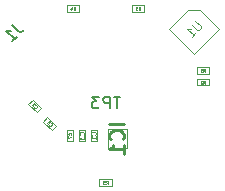
<source format=gbr>
%TF.GenerationSoftware,KiCad,Pcbnew,8.0.9-8.0.9-0~ubuntu20.04.1*%
%TF.CreationDate,2025-06-12T23:45:12+01:00*%
%TF.ProjectId,nfc-pcb-tag,6e66632d-7063-4622-9d74-61672e6b6963,rev?*%
%TF.SameCoordinates,Original*%
%TF.FileFunction,AssemblyDrawing,Bot*%
%FSLAX46Y46*%
G04 Gerber Fmt 4.6, Leading zero omitted, Abs format (unit mm)*
G04 Created by KiCad (PCBNEW 8.0.9-8.0.9-0~ubuntu20.04.1) date 2025-06-12 23:45:12*
%MOMM*%
%LPD*%
G01*
G04 APERTURE LIST*
%ADD10C,0.040000*%
%ADD11C,0.254000*%
%ADD12C,0.150000*%
%ADD13C,0.110000*%
%ADD14C,0.060000*%
%ADD15C,0.100000*%
G04 APERTURE END LIST*
D10*
X69793332Y-32368200D02*
X69879999Y-32244391D01*
X69941904Y-32368200D02*
X69941904Y-32108200D01*
X69941904Y-32108200D02*
X69842856Y-32108200D01*
X69842856Y-32108200D02*
X69818094Y-32120581D01*
X69818094Y-32120581D02*
X69805713Y-32132962D01*
X69805713Y-32132962D02*
X69793332Y-32157724D01*
X69793332Y-32157724D02*
X69793332Y-32194867D01*
X69793332Y-32194867D02*
X69805713Y-32219629D01*
X69805713Y-32219629D02*
X69818094Y-32232010D01*
X69818094Y-32232010D02*
X69842856Y-32244391D01*
X69842856Y-32244391D02*
X69941904Y-32244391D01*
X69570475Y-32194867D02*
X69570475Y-32368200D01*
X69632380Y-32095820D02*
X69694285Y-32281534D01*
X69694285Y-32281534D02*
X69533332Y-32281534D01*
X80793332Y-38618200D02*
X80879999Y-38494391D01*
X80941904Y-38618200D02*
X80941904Y-38358200D01*
X80941904Y-38358200D02*
X80842856Y-38358200D01*
X80842856Y-38358200D02*
X80818094Y-38370581D01*
X80818094Y-38370581D02*
X80805713Y-38382962D01*
X80805713Y-38382962D02*
X80793332Y-38407724D01*
X80793332Y-38407724D02*
X80793332Y-38444867D01*
X80793332Y-38444867D02*
X80805713Y-38469629D01*
X80805713Y-38469629D02*
X80818094Y-38482010D01*
X80818094Y-38482010D02*
X80842856Y-38494391D01*
X80842856Y-38494391D02*
X80941904Y-38494391D01*
X80694285Y-38382962D02*
X80681904Y-38370581D01*
X80681904Y-38370581D02*
X80657142Y-38358200D01*
X80657142Y-38358200D02*
X80595237Y-38358200D01*
X80595237Y-38358200D02*
X80570475Y-38370581D01*
X80570475Y-38370581D02*
X80558094Y-38382962D01*
X80558094Y-38382962D02*
X80545713Y-38407724D01*
X80545713Y-38407724D02*
X80545713Y-38432486D01*
X80545713Y-38432486D02*
X80558094Y-38469629D01*
X80558094Y-38469629D02*
X80706666Y-38618200D01*
X80706666Y-38618200D02*
X80545713Y-38618200D01*
D11*
X74074318Y-42010237D02*
X72804318Y-42010237D01*
X73953365Y-43340714D02*
X74013842Y-43280238D01*
X74013842Y-43280238D02*
X74074318Y-43098809D01*
X74074318Y-43098809D02*
X74074318Y-42977857D01*
X74074318Y-42977857D02*
X74013842Y-42796428D01*
X74013842Y-42796428D02*
X73892889Y-42675476D01*
X73892889Y-42675476D02*
X73771937Y-42614999D01*
X73771937Y-42614999D02*
X73530032Y-42554523D01*
X73530032Y-42554523D02*
X73348603Y-42554523D01*
X73348603Y-42554523D02*
X73106699Y-42614999D01*
X73106699Y-42614999D02*
X72985746Y-42675476D01*
X72985746Y-42675476D02*
X72864794Y-42796428D01*
X72864794Y-42796428D02*
X72804318Y-42977857D01*
X72804318Y-42977857D02*
X72804318Y-43098809D01*
X72804318Y-43098809D02*
X72864794Y-43280238D01*
X72864794Y-43280238D02*
X72925270Y-43340714D01*
X74074318Y-44550238D02*
X74074318Y-43824523D01*
X74074318Y-44187380D02*
X72804318Y-44187380D01*
X72804318Y-44187380D02*
X72985746Y-44066428D01*
X72985746Y-44066428D02*
X73106699Y-43945476D01*
X73106699Y-43945476D02*
X73167175Y-43824523D01*
D10*
X80793332Y-37618200D02*
X80879999Y-37494391D01*
X80941904Y-37618200D02*
X80941904Y-37358200D01*
X80941904Y-37358200D02*
X80842856Y-37358200D01*
X80842856Y-37358200D02*
X80818094Y-37370581D01*
X80818094Y-37370581D02*
X80805713Y-37382962D01*
X80805713Y-37382962D02*
X80793332Y-37407724D01*
X80793332Y-37407724D02*
X80793332Y-37444867D01*
X80793332Y-37444867D02*
X80805713Y-37469629D01*
X80805713Y-37469629D02*
X80818094Y-37482010D01*
X80818094Y-37482010D02*
X80842856Y-37494391D01*
X80842856Y-37494391D02*
X80941904Y-37494391D01*
X80545713Y-37618200D02*
X80694285Y-37618200D01*
X80619999Y-37618200D02*
X80619999Y-37358200D01*
X80619999Y-37358200D02*
X80644761Y-37395343D01*
X80644761Y-37395343D02*
X80669523Y-37420105D01*
X80669523Y-37420105D02*
X80694285Y-37432486D01*
D12*
X64600201Y-33628796D02*
X65105277Y-34133872D01*
X65105277Y-34133872D02*
X65239964Y-34201216D01*
X65239964Y-34201216D02*
X65374651Y-34201216D01*
X65374651Y-34201216D02*
X65509338Y-34133872D01*
X65509338Y-34133872D02*
X65576682Y-34066529D01*
X64600201Y-35043010D02*
X65004262Y-34638949D01*
X64802231Y-34840979D02*
X64095124Y-34133872D01*
X64095124Y-34133872D02*
X64263483Y-34167544D01*
X64263483Y-34167544D02*
X64398170Y-34167544D01*
X64398170Y-34167544D02*
X64499185Y-34133872D01*
D10*
X75293332Y-32368200D02*
X75379999Y-32244391D01*
X75441904Y-32368200D02*
X75441904Y-32108200D01*
X75441904Y-32108200D02*
X75342856Y-32108200D01*
X75342856Y-32108200D02*
X75318094Y-32120581D01*
X75318094Y-32120581D02*
X75305713Y-32132962D01*
X75305713Y-32132962D02*
X75293332Y-32157724D01*
X75293332Y-32157724D02*
X75293332Y-32194867D01*
X75293332Y-32194867D02*
X75305713Y-32219629D01*
X75305713Y-32219629D02*
X75318094Y-32232010D01*
X75318094Y-32232010D02*
X75342856Y-32244391D01*
X75342856Y-32244391D02*
X75441904Y-32244391D01*
X75206666Y-32108200D02*
X75045713Y-32108200D01*
X75045713Y-32108200D02*
X75132380Y-32207248D01*
X75132380Y-32207248D02*
X75095237Y-32207248D01*
X75095237Y-32207248D02*
X75070475Y-32219629D01*
X75070475Y-32219629D02*
X75058094Y-32232010D01*
X75058094Y-32232010D02*
X75045713Y-32256772D01*
X75045713Y-32256772D02*
X75045713Y-32318677D01*
X75045713Y-32318677D02*
X75058094Y-32343439D01*
X75058094Y-32343439D02*
X75070475Y-32355820D01*
X75070475Y-32355820D02*
X75095237Y-32368200D01*
X75095237Y-32368200D02*
X75169523Y-32368200D01*
X75169523Y-32368200D02*
X75194285Y-32355820D01*
X75194285Y-32355820D02*
X75206666Y-32343439D01*
D13*
X80115027Y-33306905D02*
X80544341Y-33736219D01*
X80544341Y-33736219D02*
X80569595Y-33811981D01*
X80569595Y-33811981D02*
X80569595Y-33862488D01*
X80569595Y-33862488D02*
X80544341Y-33938250D01*
X80544341Y-33938250D02*
X80443326Y-34039265D01*
X80443326Y-34039265D02*
X80367565Y-34064519D01*
X80367565Y-34064519D02*
X80317057Y-34064519D01*
X80317057Y-34064519D02*
X80241296Y-34039265D01*
X80241296Y-34039265D02*
X79811981Y-33609950D01*
X79811981Y-34670610D02*
X80115027Y-34367565D01*
X79963504Y-34519087D02*
X79433174Y-33988757D01*
X79433174Y-33988757D02*
X79559443Y-34014011D01*
X79559443Y-34014011D02*
X79660458Y-34014011D01*
X79660458Y-34014011D02*
X79736220Y-33988757D01*
D10*
X66465988Y-40592935D02*
X66465988Y-40609771D01*
X66465988Y-40609771D02*
X66482824Y-40643443D01*
X66482824Y-40643443D02*
X66499660Y-40660279D01*
X66499660Y-40660279D02*
X66533332Y-40677115D01*
X66533332Y-40677115D02*
X66567003Y-40677115D01*
X66567003Y-40677115D02*
X66592257Y-40668697D01*
X66592257Y-40668697D02*
X66634347Y-40643443D01*
X66634347Y-40643443D02*
X66659601Y-40618189D01*
X66659601Y-40618189D02*
X66684855Y-40576100D01*
X66684855Y-40576100D02*
X66693273Y-40550846D01*
X66693273Y-40550846D02*
X66693273Y-40517174D01*
X66693273Y-40517174D02*
X66676437Y-40483502D01*
X66676437Y-40483502D02*
X66659601Y-40466666D01*
X66659601Y-40466666D02*
X66625929Y-40449831D01*
X66625929Y-40449831D02*
X66609093Y-40449831D01*
X66541750Y-40382487D02*
X66541750Y-40365651D01*
X66541750Y-40365651D02*
X66533332Y-40340397D01*
X66533332Y-40340397D02*
X66491242Y-40298308D01*
X66491242Y-40298308D02*
X66465988Y-40289890D01*
X66465988Y-40289890D02*
X66449152Y-40289890D01*
X66449152Y-40289890D02*
X66423899Y-40298308D01*
X66423899Y-40298308D02*
X66407063Y-40315144D01*
X66407063Y-40315144D02*
X66390227Y-40348815D01*
X66390227Y-40348815D02*
X66390227Y-40550846D01*
X66390227Y-40550846D02*
X66280794Y-40441413D01*
X67715988Y-42092935D02*
X67715988Y-42109771D01*
X67715988Y-42109771D02*
X67732824Y-42143443D01*
X67732824Y-42143443D02*
X67749660Y-42160279D01*
X67749660Y-42160279D02*
X67783332Y-42177115D01*
X67783332Y-42177115D02*
X67817003Y-42177115D01*
X67817003Y-42177115D02*
X67842257Y-42168697D01*
X67842257Y-42168697D02*
X67884347Y-42143443D01*
X67884347Y-42143443D02*
X67909601Y-42118189D01*
X67909601Y-42118189D02*
X67934855Y-42076100D01*
X67934855Y-42076100D02*
X67943273Y-42050846D01*
X67943273Y-42050846D02*
X67943273Y-42017174D01*
X67943273Y-42017174D02*
X67926437Y-41983502D01*
X67926437Y-41983502D02*
X67909601Y-41966666D01*
X67909601Y-41966666D02*
X67875929Y-41949831D01*
X67875929Y-41949831D02*
X67859093Y-41949831D01*
X67724406Y-41781472D02*
X67758078Y-41815144D01*
X67758078Y-41815144D02*
X67766496Y-41840397D01*
X67766496Y-41840397D02*
X67766496Y-41857233D01*
X67766496Y-41857233D02*
X67758078Y-41899323D01*
X67758078Y-41899323D02*
X67732824Y-41941413D01*
X67732824Y-41941413D02*
X67665481Y-42008756D01*
X67665481Y-42008756D02*
X67640227Y-42017174D01*
X67640227Y-42017174D02*
X67623391Y-42017174D01*
X67623391Y-42017174D02*
X67598137Y-42008756D01*
X67598137Y-42008756D02*
X67564465Y-41975084D01*
X67564465Y-41975084D02*
X67556047Y-41949831D01*
X67556047Y-41949831D02*
X67556047Y-41932995D01*
X67556047Y-41932995D02*
X67564465Y-41907741D01*
X67564465Y-41907741D02*
X67606555Y-41865651D01*
X67606555Y-41865651D02*
X67631809Y-41857233D01*
X67631809Y-41857233D02*
X67648645Y-41857233D01*
X67648645Y-41857233D02*
X67673899Y-41865651D01*
X67673899Y-41865651D02*
X67707570Y-41899323D01*
X67707570Y-41899323D02*
X67715988Y-41924577D01*
X67715988Y-41924577D02*
X67715988Y-41941413D01*
X67715988Y-41941413D02*
X67707570Y-41966666D01*
X72543332Y-47118200D02*
X72629999Y-46994391D01*
X72691904Y-47118200D02*
X72691904Y-46858200D01*
X72691904Y-46858200D02*
X72592856Y-46858200D01*
X72592856Y-46858200D02*
X72568094Y-46870581D01*
X72568094Y-46870581D02*
X72555713Y-46882962D01*
X72555713Y-46882962D02*
X72543332Y-46907724D01*
X72543332Y-46907724D02*
X72543332Y-46944867D01*
X72543332Y-46944867D02*
X72555713Y-46969629D01*
X72555713Y-46969629D02*
X72568094Y-46982010D01*
X72568094Y-46982010D02*
X72592856Y-46994391D01*
X72592856Y-46994391D02*
X72691904Y-46994391D01*
X72308094Y-46858200D02*
X72431904Y-46858200D01*
X72431904Y-46858200D02*
X72444285Y-46982010D01*
X72444285Y-46982010D02*
X72431904Y-46969629D01*
X72431904Y-46969629D02*
X72407142Y-46957248D01*
X72407142Y-46957248D02*
X72345237Y-46957248D01*
X72345237Y-46957248D02*
X72320475Y-46969629D01*
X72320475Y-46969629D02*
X72308094Y-46982010D01*
X72308094Y-46982010D02*
X72295713Y-47006772D01*
X72295713Y-47006772D02*
X72295713Y-47068677D01*
X72295713Y-47068677D02*
X72308094Y-47093439D01*
X72308094Y-47093439D02*
X72320475Y-47105820D01*
X72320475Y-47105820D02*
X72345237Y-47118200D01*
X72345237Y-47118200D02*
X72407142Y-47118200D01*
X72407142Y-47118200D02*
X72431904Y-47105820D01*
X72431904Y-47105820D02*
X72444285Y-47093439D01*
D14*
X70643832Y-42933333D02*
X70662880Y-42914285D01*
X70662880Y-42914285D02*
X70681927Y-42857143D01*
X70681927Y-42857143D02*
X70681927Y-42819047D01*
X70681927Y-42819047D02*
X70662880Y-42761904D01*
X70662880Y-42761904D02*
X70624784Y-42723809D01*
X70624784Y-42723809D02*
X70586689Y-42704762D01*
X70586689Y-42704762D02*
X70510499Y-42685714D01*
X70510499Y-42685714D02*
X70453356Y-42685714D01*
X70453356Y-42685714D02*
X70377165Y-42704762D01*
X70377165Y-42704762D02*
X70339070Y-42723809D01*
X70339070Y-42723809D02*
X70300975Y-42761904D01*
X70300975Y-42761904D02*
X70281927Y-42819047D01*
X70281927Y-42819047D02*
X70281927Y-42857143D01*
X70281927Y-42857143D02*
X70300975Y-42914285D01*
X70300975Y-42914285D02*
X70320022Y-42933333D01*
X70281927Y-43066666D02*
X70281927Y-43314285D01*
X70281927Y-43314285D02*
X70434308Y-43180952D01*
X70434308Y-43180952D02*
X70434308Y-43238095D01*
X70434308Y-43238095D02*
X70453356Y-43276190D01*
X70453356Y-43276190D02*
X70472403Y-43295238D01*
X70472403Y-43295238D02*
X70510499Y-43314285D01*
X70510499Y-43314285D02*
X70605737Y-43314285D01*
X70605737Y-43314285D02*
X70643832Y-43295238D01*
X70643832Y-43295238D02*
X70662880Y-43276190D01*
X70662880Y-43276190D02*
X70681927Y-43238095D01*
X70681927Y-43238095D02*
X70681927Y-43123809D01*
X70681927Y-43123809D02*
X70662880Y-43085714D01*
X70662880Y-43085714D02*
X70643832Y-43066666D01*
X71643832Y-42933333D02*
X71662880Y-42914285D01*
X71662880Y-42914285D02*
X71681927Y-42857143D01*
X71681927Y-42857143D02*
X71681927Y-42819047D01*
X71681927Y-42819047D02*
X71662880Y-42761904D01*
X71662880Y-42761904D02*
X71624784Y-42723809D01*
X71624784Y-42723809D02*
X71586689Y-42704762D01*
X71586689Y-42704762D02*
X71510499Y-42685714D01*
X71510499Y-42685714D02*
X71453356Y-42685714D01*
X71453356Y-42685714D02*
X71377165Y-42704762D01*
X71377165Y-42704762D02*
X71339070Y-42723809D01*
X71339070Y-42723809D02*
X71300975Y-42761904D01*
X71300975Y-42761904D02*
X71281927Y-42819047D01*
X71281927Y-42819047D02*
X71281927Y-42857143D01*
X71281927Y-42857143D02*
X71300975Y-42914285D01*
X71300975Y-42914285D02*
X71320022Y-42933333D01*
X71681927Y-43314285D02*
X71681927Y-43085714D01*
X71681927Y-43200000D02*
X71281927Y-43200000D01*
X71281927Y-43200000D02*
X71339070Y-43161904D01*
X71339070Y-43161904D02*
X71377165Y-43123809D01*
X71377165Y-43123809D02*
X71396213Y-43085714D01*
D10*
X69589765Y-42958333D02*
X69601670Y-42946429D01*
X69601670Y-42946429D02*
X69613574Y-42910714D01*
X69613574Y-42910714D02*
X69613574Y-42886905D01*
X69613574Y-42886905D02*
X69601670Y-42851191D01*
X69601670Y-42851191D02*
X69577860Y-42827381D01*
X69577860Y-42827381D02*
X69554050Y-42815476D01*
X69554050Y-42815476D02*
X69506431Y-42803572D01*
X69506431Y-42803572D02*
X69470717Y-42803572D01*
X69470717Y-42803572D02*
X69423098Y-42815476D01*
X69423098Y-42815476D02*
X69399289Y-42827381D01*
X69399289Y-42827381D02*
X69375479Y-42851191D01*
X69375479Y-42851191D02*
X69363574Y-42886905D01*
X69363574Y-42886905D02*
X69363574Y-42910714D01*
X69363574Y-42910714D02*
X69375479Y-42946429D01*
X69375479Y-42946429D02*
X69387384Y-42958333D01*
X69363574Y-43041667D02*
X69363574Y-43208333D01*
X69363574Y-43208333D02*
X69613574Y-43101191D01*
D12*
X73761904Y-39704819D02*
X73190476Y-39704819D01*
X73476190Y-40704819D02*
X73476190Y-39704819D01*
X72857142Y-40704819D02*
X72857142Y-39704819D01*
X72857142Y-39704819D02*
X72476190Y-39704819D01*
X72476190Y-39704819D02*
X72380952Y-39752438D01*
X72380952Y-39752438D02*
X72333333Y-39800057D01*
X72333333Y-39800057D02*
X72285714Y-39895295D01*
X72285714Y-39895295D02*
X72285714Y-40038152D01*
X72285714Y-40038152D02*
X72333333Y-40133390D01*
X72333333Y-40133390D02*
X72380952Y-40181009D01*
X72380952Y-40181009D02*
X72476190Y-40228628D01*
X72476190Y-40228628D02*
X72857142Y-40228628D01*
X71952380Y-39704819D02*
X71333333Y-39704819D01*
X71333333Y-39704819D02*
X71666666Y-40085771D01*
X71666666Y-40085771D02*
X71523809Y-40085771D01*
X71523809Y-40085771D02*
X71428571Y-40133390D01*
X71428571Y-40133390D02*
X71380952Y-40181009D01*
X71380952Y-40181009D02*
X71333333Y-40276247D01*
X71333333Y-40276247D02*
X71333333Y-40514342D01*
X71333333Y-40514342D02*
X71380952Y-40609580D01*
X71380952Y-40609580D02*
X71428571Y-40657200D01*
X71428571Y-40657200D02*
X71523809Y-40704819D01*
X71523809Y-40704819D02*
X71809523Y-40704819D01*
X71809523Y-40704819D02*
X71904761Y-40657200D01*
X71904761Y-40657200D02*
X71952380Y-40609580D01*
D15*
%TO.C,R4*%
X69225000Y-31980000D02*
X70275000Y-31980000D01*
X69225000Y-32520000D02*
X69225000Y-31980000D01*
X70275000Y-31980000D02*
X70275000Y-32520000D01*
X70275000Y-32520000D02*
X69225000Y-32520000D01*
%TO.C,R2*%
X80225000Y-38230000D02*
X81275000Y-38230000D01*
X80225000Y-38770000D02*
X80225000Y-38230000D01*
X81275000Y-38230000D02*
X81275000Y-38770000D01*
X81275000Y-38770000D02*
X80225000Y-38770000D01*
%TO.C,IC1*%
X72700000Y-42450000D02*
X74300000Y-42450000D01*
X72700000Y-42950000D02*
X73200000Y-42450000D01*
X72700000Y-44050000D02*
X72700000Y-42450000D01*
X74300000Y-42450000D02*
X74300000Y-44050000D01*
X74300000Y-44050000D02*
X72700000Y-44050000D01*
%TO.C,R1*%
X80225000Y-37230000D02*
X81275000Y-37230000D01*
X80225000Y-37770000D02*
X80225000Y-37230000D01*
X81275000Y-37230000D02*
X81275000Y-37770000D01*
X81275000Y-37770000D02*
X80225000Y-37770000D01*
%TO.C,R3*%
X74725000Y-31980000D02*
X75775000Y-31980000D01*
X74725000Y-32520000D02*
X74725000Y-31980000D01*
X75775000Y-31980000D02*
X75775000Y-32520000D01*
X75775000Y-32520000D02*
X74725000Y-32520000D01*
%TO.C,U1*%
X77878680Y-34000000D02*
X79469670Y-32409010D01*
X79469670Y-32409010D02*
X80530330Y-32409010D01*
X80000000Y-36121320D02*
X77878680Y-34000000D01*
X80530330Y-32409010D02*
X82121320Y-34000000D01*
X82121320Y-34000000D02*
X80000000Y-36121320D01*
%TO.C,C2*%
X65969670Y-40323223D02*
X66323223Y-39969670D01*
X66323223Y-39969670D02*
X67030330Y-40676777D01*
X66676777Y-41030330D02*
X65969670Y-40323223D01*
X67030330Y-40676777D02*
X66676777Y-41030330D01*
%TO.C,C6*%
X67219670Y-41823223D02*
X67573223Y-41469670D01*
X67573223Y-41469670D02*
X68280330Y-42176777D01*
X67926777Y-42530330D02*
X67219670Y-41823223D01*
X68280330Y-42176777D02*
X67926777Y-42530330D01*
%TO.C,R5*%
X71975000Y-46730000D02*
X73025000Y-46730000D01*
X71975000Y-47270000D02*
X71975000Y-46730000D01*
X73025000Y-46730000D02*
X73025000Y-47270000D01*
X73025000Y-47270000D02*
X71975000Y-47270000D01*
%TO.C,C3*%
X70250000Y-42500000D02*
X70750000Y-42500000D01*
X70250000Y-43500000D02*
X70250000Y-42500000D01*
X70750000Y-42500000D02*
X70750000Y-43500000D01*
X70750000Y-43500000D02*
X70250000Y-43500000D01*
%TO.C,C1*%
X71250000Y-42500000D02*
X71750000Y-42500000D01*
X71250000Y-43500000D02*
X71250000Y-42500000D01*
X71750000Y-42500000D02*
X71750000Y-43500000D01*
X71750000Y-43500000D02*
X71250000Y-43500000D01*
%TO.C,C7*%
X69250000Y-42500000D02*
X69750000Y-42500000D01*
X69250000Y-43500000D02*
X69250000Y-42500000D01*
X69750000Y-42500000D02*
X69750000Y-43500000D01*
X69750000Y-43500000D02*
X69250000Y-43500000D01*
%TD*%
M02*

</source>
